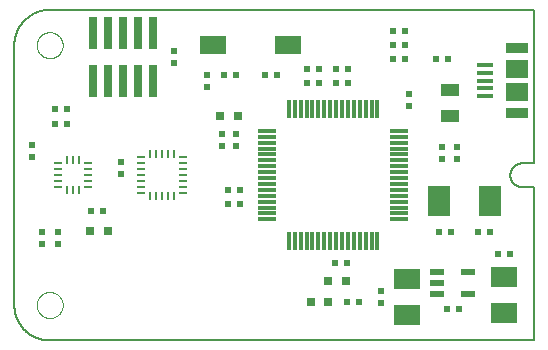
<source format=gtp>
G75*
%MOIN*%
%OFA0B0*%
%FSLAX25Y25*%
%IPPOS*%
%LPD*%
%AMOC8*
5,1,8,0,0,1.08239X$1,22.5*
%
%ADD10C,0.00800*%
%ADD11C,0.00000*%
%ADD12R,0.03150X0.01083*%
%ADD13R,0.01083X0.03150*%
%ADD14R,0.01969X0.01969*%
%ADD15R,0.03150X0.03150*%
%ADD16R,0.06299X0.01181*%
%ADD17R,0.01181X0.06299*%
%ADD18R,0.07480X0.10236*%
%ADD19R,0.05315X0.01575*%
%ADD20R,0.07480X0.05906*%
%ADD21R,0.07480X0.03583*%
%ADD22R,0.09055X0.06299*%
%ADD23R,0.04724X0.02165*%
%ADD24R,0.05906X0.03937*%
%ADD25R,0.09000X0.07000*%
%ADD26R,0.03000X0.11000*%
D10*
X0013602Y0001400D02*
X0175019Y0001400D01*
X0175019Y0052581D01*
X0171082Y0052581D01*
X0170958Y0052583D01*
X0170835Y0052589D01*
X0170711Y0052598D01*
X0170589Y0052612D01*
X0170466Y0052629D01*
X0170344Y0052651D01*
X0170223Y0052676D01*
X0170103Y0052705D01*
X0169984Y0052737D01*
X0169865Y0052774D01*
X0169748Y0052814D01*
X0169633Y0052857D01*
X0169518Y0052905D01*
X0169406Y0052956D01*
X0169295Y0053010D01*
X0169185Y0053068D01*
X0169078Y0053129D01*
X0168972Y0053194D01*
X0168869Y0053262D01*
X0168768Y0053333D01*
X0168669Y0053407D01*
X0168572Y0053484D01*
X0168478Y0053565D01*
X0168387Y0053648D01*
X0168298Y0053734D01*
X0168212Y0053823D01*
X0168129Y0053914D01*
X0168048Y0054008D01*
X0167971Y0054105D01*
X0167897Y0054204D01*
X0167826Y0054305D01*
X0167758Y0054408D01*
X0167693Y0054514D01*
X0167632Y0054621D01*
X0167574Y0054731D01*
X0167520Y0054842D01*
X0167469Y0054954D01*
X0167421Y0055069D01*
X0167378Y0055184D01*
X0167338Y0055301D01*
X0167301Y0055420D01*
X0167269Y0055539D01*
X0167240Y0055659D01*
X0167215Y0055780D01*
X0167193Y0055902D01*
X0167176Y0056025D01*
X0167162Y0056147D01*
X0167153Y0056271D01*
X0167147Y0056394D01*
X0167145Y0056518D01*
X0167147Y0056642D01*
X0167153Y0056765D01*
X0167162Y0056889D01*
X0167176Y0057011D01*
X0167193Y0057134D01*
X0167215Y0057256D01*
X0167240Y0057377D01*
X0167269Y0057497D01*
X0167301Y0057616D01*
X0167338Y0057735D01*
X0167378Y0057852D01*
X0167421Y0057967D01*
X0167469Y0058082D01*
X0167520Y0058194D01*
X0167574Y0058305D01*
X0167632Y0058415D01*
X0167693Y0058522D01*
X0167758Y0058628D01*
X0167826Y0058731D01*
X0167897Y0058832D01*
X0167971Y0058931D01*
X0168048Y0059028D01*
X0168129Y0059122D01*
X0168212Y0059213D01*
X0168298Y0059302D01*
X0168387Y0059388D01*
X0168478Y0059471D01*
X0168572Y0059552D01*
X0168669Y0059629D01*
X0168768Y0059703D01*
X0168869Y0059774D01*
X0168972Y0059842D01*
X0169078Y0059907D01*
X0169185Y0059968D01*
X0169295Y0060026D01*
X0169406Y0060080D01*
X0169518Y0060131D01*
X0169633Y0060179D01*
X0169748Y0060222D01*
X0169865Y0060262D01*
X0169984Y0060299D01*
X0170103Y0060331D01*
X0170223Y0060360D01*
X0170344Y0060385D01*
X0170466Y0060407D01*
X0170589Y0060424D01*
X0170711Y0060438D01*
X0170835Y0060447D01*
X0170958Y0060453D01*
X0171082Y0060455D01*
X0175019Y0060455D01*
X0175019Y0111636D01*
X0013602Y0111636D01*
X0013317Y0111633D01*
X0013031Y0111622D01*
X0012746Y0111605D01*
X0012462Y0111581D01*
X0012178Y0111550D01*
X0011895Y0111512D01*
X0011614Y0111467D01*
X0011333Y0111416D01*
X0011053Y0111358D01*
X0010775Y0111293D01*
X0010499Y0111221D01*
X0010225Y0111143D01*
X0009952Y0111058D01*
X0009682Y0110966D01*
X0009414Y0110868D01*
X0009148Y0110764D01*
X0008885Y0110653D01*
X0008625Y0110536D01*
X0008367Y0110413D01*
X0008113Y0110283D01*
X0007862Y0110147D01*
X0007614Y0110006D01*
X0007370Y0109858D01*
X0007129Y0109705D01*
X0006893Y0109545D01*
X0006660Y0109380D01*
X0006431Y0109210D01*
X0006206Y0109034D01*
X0005986Y0108852D01*
X0005770Y0108666D01*
X0005559Y0108474D01*
X0005352Y0108277D01*
X0005150Y0108075D01*
X0004953Y0107868D01*
X0004761Y0107657D01*
X0004575Y0107441D01*
X0004393Y0107221D01*
X0004217Y0106996D01*
X0004047Y0106767D01*
X0003882Y0106534D01*
X0003722Y0106298D01*
X0003569Y0106057D01*
X0003421Y0105813D01*
X0003280Y0105565D01*
X0003144Y0105314D01*
X0003014Y0105060D01*
X0002891Y0104802D01*
X0002774Y0104542D01*
X0002663Y0104279D01*
X0002559Y0104013D01*
X0002461Y0103745D01*
X0002369Y0103475D01*
X0002284Y0103202D01*
X0002206Y0102928D01*
X0002134Y0102652D01*
X0002069Y0102374D01*
X0002011Y0102094D01*
X0001960Y0101813D01*
X0001915Y0101532D01*
X0001877Y0101249D01*
X0001846Y0100965D01*
X0001822Y0100681D01*
X0001805Y0100396D01*
X0001794Y0100110D01*
X0001791Y0099825D01*
X0001791Y0013211D01*
X0001794Y0012926D01*
X0001805Y0012640D01*
X0001822Y0012355D01*
X0001846Y0012071D01*
X0001877Y0011787D01*
X0001915Y0011504D01*
X0001960Y0011223D01*
X0002011Y0010942D01*
X0002069Y0010662D01*
X0002134Y0010384D01*
X0002206Y0010108D01*
X0002284Y0009834D01*
X0002369Y0009561D01*
X0002461Y0009291D01*
X0002559Y0009023D01*
X0002663Y0008757D01*
X0002774Y0008494D01*
X0002891Y0008234D01*
X0003014Y0007976D01*
X0003144Y0007722D01*
X0003280Y0007471D01*
X0003421Y0007223D01*
X0003569Y0006979D01*
X0003722Y0006738D01*
X0003882Y0006502D01*
X0004047Y0006269D01*
X0004217Y0006040D01*
X0004393Y0005815D01*
X0004575Y0005595D01*
X0004761Y0005379D01*
X0004953Y0005168D01*
X0005150Y0004961D01*
X0005352Y0004759D01*
X0005559Y0004562D01*
X0005770Y0004370D01*
X0005986Y0004184D01*
X0006206Y0004002D01*
X0006431Y0003826D01*
X0006660Y0003656D01*
X0006893Y0003491D01*
X0007129Y0003331D01*
X0007370Y0003178D01*
X0007614Y0003030D01*
X0007862Y0002889D01*
X0008113Y0002753D01*
X0008367Y0002623D01*
X0008625Y0002500D01*
X0008885Y0002383D01*
X0009148Y0002272D01*
X0009414Y0002168D01*
X0009682Y0002070D01*
X0009952Y0001978D01*
X0010225Y0001893D01*
X0010499Y0001815D01*
X0010775Y0001743D01*
X0011053Y0001678D01*
X0011333Y0001620D01*
X0011614Y0001569D01*
X0011895Y0001524D01*
X0012178Y0001486D01*
X0012462Y0001455D01*
X0012746Y0001431D01*
X0013031Y0001414D01*
X0013317Y0001403D01*
X0013602Y0001400D01*
D11*
X0009271Y0013211D02*
X0009273Y0013342D01*
X0009279Y0013474D01*
X0009289Y0013605D01*
X0009303Y0013736D01*
X0009321Y0013866D01*
X0009343Y0013995D01*
X0009368Y0014124D01*
X0009398Y0014252D01*
X0009432Y0014379D01*
X0009469Y0014506D01*
X0009510Y0014630D01*
X0009555Y0014754D01*
X0009604Y0014876D01*
X0009656Y0014997D01*
X0009712Y0015115D01*
X0009772Y0015233D01*
X0009835Y0015348D01*
X0009902Y0015461D01*
X0009972Y0015573D01*
X0010045Y0015682D01*
X0010121Y0015788D01*
X0010201Y0015893D01*
X0010284Y0015995D01*
X0010370Y0016094D01*
X0010459Y0016191D01*
X0010551Y0016285D01*
X0010646Y0016376D01*
X0010743Y0016465D01*
X0010843Y0016550D01*
X0010946Y0016632D01*
X0011051Y0016711D01*
X0011158Y0016787D01*
X0011268Y0016859D01*
X0011380Y0016928D01*
X0011494Y0016994D01*
X0011609Y0017056D01*
X0011727Y0017115D01*
X0011846Y0017170D01*
X0011967Y0017222D01*
X0012090Y0017269D01*
X0012214Y0017313D01*
X0012339Y0017354D01*
X0012465Y0017390D01*
X0012593Y0017423D01*
X0012721Y0017451D01*
X0012850Y0017476D01*
X0012980Y0017497D01*
X0013110Y0017514D01*
X0013241Y0017527D01*
X0013372Y0017536D01*
X0013503Y0017541D01*
X0013635Y0017542D01*
X0013766Y0017539D01*
X0013898Y0017532D01*
X0014029Y0017521D01*
X0014159Y0017506D01*
X0014289Y0017487D01*
X0014419Y0017464D01*
X0014547Y0017438D01*
X0014675Y0017407D01*
X0014802Y0017372D01*
X0014928Y0017334D01*
X0015052Y0017292D01*
X0015176Y0017246D01*
X0015297Y0017196D01*
X0015417Y0017143D01*
X0015536Y0017086D01*
X0015653Y0017026D01*
X0015767Y0016962D01*
X0015880Y0016894D01*
X0015991Y0016823D01*
X0016100Y0016749D01*
X0016206Y0016672D01*
X0016310Y0016591D01*
X0016411Y0016508D01*
X0016510Y0016421D01*
X0016606Y0016331D01*
X0016699Y0016238D01*
X0016790Y0016143D01*
X0016877Y0016045D01*
X0016962Y0015944D01*
X0017043Y0015841D01*
X0017121Y0015735D01*
X0017196Y0015627D01*
X0017268Y0015517D01*
X0017336Y0015405D01*
X0017401Y0015291D01*
X0017462Y0015174D01*
X0017520Y0015056D01*
X0017574Y0014936D01*
X0017625Y0014815D01*
X0017672Y0014692D01*
X0017715Y0014568D01*
X0017754Y0014443D01*
X0017790Y0014316D01*
X0017821Y0014188D01*
X0017849Y0014060D01*
X0017873Y0013931D01*
X0017893Y0013801D01*
X0017909Y0013670D01*
X0017921Y0013539D01*
X0017929Y0013408D01*
X0017933Y0013277D01*
X0017933Y0013145D01*
X0017929Y0013014D01*
X0017921Y0012883D01*
X0017909Y0012752D01*
X0017893Y0012621D01*
X0017873Y0012491D01*
X0017849Y0012362D01*
X0017821Y0012234D01*
X0017790Y0012106D01*
X0017754Y0011979D01*
X0017715Y0011854D01*
X0017672Y0011730D01*
X0017625Y0011607D01*
X0017574Y0011486D01*
X0017520Y0011366D01*
X0017462Y0011248D01*
X0017401Y0011131D01*
X0017336Y0011017D01*
X0017268Y0010905D01*
X0017196Y0010795D01*
X0017121Y0010687D01*
X0017043Y0010581D01*
X0016962Y0010478D01*
X0016877Y0010377D01*
X0016790Y0010279D01*
X0016699Y0010184D01*
X0016606Y0010091D01*
X0016510Y0010001D01*
X0016411Y0009914D01*
X0016310Y0009831D01*
X0016206Y0009750D01*
X0016100Y0009673D01*
X0015991Y0009599D01*
X0015880Y0009528D01*
X0015768Y0009460D01*
X0015653Y0009396D01*
X0015536Y0009336D01*
X0015417Y0009279D01*
X0015297Y0009226D01*
X0015176Y0009176D01*
X0015052Y0009130D01*
X0014928Y0009088D01*
X0014802Y0009050D01*
X0014675Y0009015D01*
X0014547Y0008984D01*
X0014419Y0008958D01*
X0014289Y0008935D01*
X0014159Y0008916D01*
X0014029Y0008901D01*
X0013898Y0008890D01*
X0013766Y0008883D01*
X0013635Y0008880D01*
X0013503Y0008881D01*
X0013372Y0008886D01*
X0013241Y0008895D01*
X0013110Y0008908D01*
X0012980Y0008925D01*
X0012850Y0008946D01*
X0012721Y0008971D01*
X0012593Y0008999D01*
X0012465Y0009032D01*
X0012339Y0009068D01*
X0012214Y0009109D01*
X0012090Y0009153D01*
X0011967Y0009200D01*
X0011846Y0009252D01*
X0011727Y0009307D01*
X0011609Y0009366D01*
X0011494Y0009428D01*
X0011380Y0009494D01*
X0011268Y0009563D01*
X0011158Y0009635D01*
X0011051Y0009711D01*
X0010946Y0009790D01*
X0010843Y0009872D01*
X0010743Y0009957D01*
X0010646Y0010046D01*
X0010551Y0010137D01*
X0010459Y0010231D01*
X0010370Y0010328D01*
X0010284Y0010427D01*
X0010201Y0010529D01*
X0010121Y0010634D01*
X0010045Y0010740D01*
X0009972Y0010849D01*
X0009902Y0010961D01*
X0009835Y0011074D01*
X0009772Y0011189D01*
X0009712Y0011307D01*
X0009656Y0011425D01*
X0009604Y0011546D01*
X0009555Y0011668D01*
X0009510Y0011792D01*
X0009469Y0011916D01*
X0009432Y0012043D01*
X0009398Y0012170D01*
X0009368Y0012298D01*
X0009343Y0012427D01*
X0009321Y0012556D01*
X0009303Y0012686D01*
X0009289Y0012817D01*
X0009279Y0012948D01*
X0009273Y0013080D01*
X0009271Y0013211D01*
X0009271Y0099825D02*
X0009273Y0099956D01*
X0009279Y0100088D01*
X0009289Y0100219D01*
X0009303Y0100350D01*
X0009321Y0100480D01*
X0009343Y0100609D01*
X0009368Y0100738D01*
X0009398Y0100866D01*
X0009432Y0100993D01*
X0009469Y0101120D01*
X0009510Y0101244D01*
X0009555Y0101368D01*
X0009604Y0101490D01*
X0009656Y0101611D01*
X0009712Y0101729D01*
X0009772Y0101847D01*
X0009835Y0101962D01*
X0009902Y0102075D01*
X0009972Y0102187D01*
X0010045Y0102296D01*
X0010121Y0102402D01*
X0010201Y0102507D01*
X0010284Y0102609D01*
X0010370Y0102708D01*
X0010459Y0102805D01*
X0010551Y0102899D01*
X0010646Y0102990D01*
X0010743Y0103079D01*
X0010843Y0103164D01*
X0010946Y0103246D01*
X0011051Y0103325D01*
X0011158Y0103401D01*
X0011268Y0103473D01*
X0011380Y0103542D01*
X0011494Y0103608D01*
X0011609Y0103670D01*
X0011727Y0103729D01*
X0011846Y0103784D01*
X0011967Y0103836D01*
X0012090Y0103883D01*
X0012214Y0103927D01*
X0012339Y0103968D01*
X0012465Y0104004D01*
X0012593Y0104037D01*
X0012721Y0104065D01*
X0012850Y0104090D01*
X0012980Y0104111D01*
X0013110Y0104128D01*
X0013241Y0104141D01*
X0013372Y0104150D01*
X0013503Y0104155D01*
X0013635Y0104156D01*
X0013766Y0104153D01*
X0013898Y0104146D01*
X0014029Y0104135D01*
X0014159Y0104120D01*
X0014289Y0104101D01*
X0014419Y0104078D01*
X0014547Y0104052D01*
X0014675Y0104021D01*
X0014802Y0103986D01*
X0014928Y0103948D01*
X0015052Y0103906D01*
X0015176Y0103860D01*
X0015297Y0103810D01*
X0015417Y0103757D01*
X0015536Y0103700D01*
X0015653Y0103640D01*
X0015767Y0103576D01*
X0015880Y0103508D01*
X0015991Y0103437D01*
X0016100Y0103363D01*
X0016206Y0103286D01*
X0016310Y0103205D01*
X0016411Y0103122D01*
X0016510Y0103035D01*
X0016606Y0102945D01*
X0016699Y0102852D01*
X0016790Y0102757D01*
X0016877Y0102659D01*
X0016962Y0102558D01*
X0017043Y0102455D01*
X0017121Y0102349D01*
X0017196Y0102241D01*
X0017268Y0102131D01*
X0017336Y0102019D01*
X0017401Y0101905D01*
X0017462Y0101788D01*
X0017520Y0101670D01*
X0017574Y0101550D01*
X0017625Y0101429D01*
X0017672Y0101306D01*
X0017715Y0101182D01*
X0017754Y0101057D01*
X0017790Y0100930D01*
X0017821Y0100802D01*
X0017849Y0100674D01*
X0017873Y0100545D01*
X0017893Y0100415D01*
X0017909Y0100284D01*
X0017921Y0100153D01*
X0017929Y0100022D01*
X0017933Y0099891D01*
X0017933Y0099759D01*
X0017929Y0099628D01*
X0017921Y0099497D01*
X0017909Y0099366D01*
X0017893Y0099235D01*
X0017873Y0099105D01*
X0017849Y0098976D01*
X0017821Y0098848D01*
X0017790Y0098720D01*
X0017754Y0098593D01*
X0017715Y0098468D01*
X0017672Y0098344D01*
X0017625Y0098221D01*
X0017574Y0098100D01*
X0017520Y0097980D01*
X0017462Y0097862D01*
X0017401Y0097745D01*
X0017336Y0097631D01*
X0017268Y0097519D01*
X0017196Y0097409D01*
X0017121Y0097301D01*
X0017043Y0097195D01*
X0016962Y0097092D01*
X0016877Y0096991D01*
X0016790Y0096893D01*
X0016699Y0096798D01*
X0016606Y0096705D01*
X0016510Y0096615D01*
X0016411Y0096528D01*
X0016310Y0096445D01*
X0016206Y0096364D01*
X0016100Y0096287D01*
X0015991Y0096213D01*
X0015880Y0096142D01*
X0015768Y0096074D01*
X0015653Y0096010D01*
X0015536Y0095950D01*
X0015417Y0095893D01*
X0015297Y0095840D01*
X0015176Y0095790D01*
X0015052Y0095744D01*
X0014928Y0095702D01*
X0014802Y0095664D01*
X0014675Y0095629D01*
X0014547Y0095598D01*
X0014419Y0095572D01*
X0014289Y0095549D01*
X0014159Y0095530D01*
X0014029Y0095515D01*
X0013898Y0095504D01*
X0013766Y0095497D01*
X0013635Y0095494D01*
X0013503Y0095495D01*
X0013372Y0095500D01*
X0013241Y0095509D01*
X0013110Y0095522D01*
X0012980Y0095539D01*
X0012850Y0095560D01*
X0012721Y0095585D01*
X0012593Y0095613D01*
X0012465Y0095646D01*
X0012339Y0095682D01*
X0012214Y0095723D01*
X0012090Y0095767D01*
X0011967Y0095814D01*
X0011846Y0095866D01*
X0011727Y0095921D01*
X0011609Y0095980D01*
X0011494Y0096042D01*
X0011380Y0096108D01*
X0011268Y0096177D01*
X0011158Y0096249D01*
X0011051Y0096325D01*
X0010946Y0096404D01*
X0010843Y0096486D01*
X0010743Y0096571D01*
X0010646Y0096660D01*
X0010551Y0096751D01*
X0010459Y0096845D01*
X0010370Y0096942D01*
X0010284Y0097041D01*
X0010201Y0097143D01*
X0010121Y0097248D01*
X0010045Y0097354D01*
X0009972Y0097463D01*
X0009902Y0097575D01*
X0009835Y0097688D01*
X0009772Y0097803D01*
X0009712Y0097921D01*
X0009656Y0098039D01*
X0009604Y0098160D01*
X0009555Y0098282D01*
X0009510Y0098406D01*
X0009469Y0098530D01*
X0009432Y0098657D01*
X0009398Y0098784D01*
X0009368Y0098912D01*
X0009343Y0099041D01*
X0009321Y0099170D01*
X0009303Y0099300D01*
X0009289Y0099431D01*
X0009279Y0099562D01*
X0009273Y0099694D01*
X0009271Y0099825D01*
D12*
X0044015Y0062424D03*
X0044015Y0060455D03*
X0044015Y0058487D03*
X0044015Y0056518D03*
X0044015Y0054550D03*
X0044015Y0052581D03*
X0044015Y0050613D03*
X0057992Y0050613D03*
X0057992Y0052581D03*
X0057992Y0054550D03*
X0057992Y0056518D03*
X0057992Y0058487D03*
X0057992Y0060455D03*
X0057992Y0062424D03*
X0026496Y0060455D03*
X0026496Y0058487D03*
X0026496Y0056518D03*
X0026496Y0054550D03*
X0026496Y0052581D03*
X0016456Y0052581D03*
X0016456Y0054550D03*
X0016456Y0056518D03*
X0016456Y0058487D03*
X0016456Y0060455D03*
D13*
X0019507Y0061538D03*
X0021476Y0061538D03*
X0023444Y0061538D03*
X0023444Y0051498D03*
X0021476Y0051498D03*
X0019507Y0051498D03*
X0047067Y0049530D03*
X0049035Y0049530D03*
X0051004Y0049530D03*
X0052972Y0049530D03*
X0054941Y0049530D03*
X0054941Y0063506D03*
X0052972Y0063506D03*
X0051004Y0063506D03*
X0049035Y0063506D03*
X0047067Y0063506D03*
D14*
X0037276Y0060963D03*
X0037276Y0056963D03*
X0031276Y0044463D03*
X0027276Y0044463D03*
X0016350Y0037463D03*
X0011050Y0037463D03*
X0011050Y0033463D03*
X0016350Y0033463D03*
X0007750Y0062663D03*
X0007750Y0066663D03*
X0015350Y0073463D03*
X0019350Y0073463D03*
X0019250Y0078563D03*
X0015250Y0078563D03*
X0055019Y0093865D03*
X0055019Y0097865D03*
X0066150Y0089863D03*
X0071750Y0089863D03*
X0075750Y0089863D03*
X0066150Y0085863D03*
X0085250Y0089863D03*
X0089250Y0089863D03*
X0099350Y0091863D03*
X0103350Y0091863D03*
X0108950Y0091863D03*
X0112950Y0091863D03*
X0112950Y0087063D03*
X0108950Y0087063D03*
X0103350Y0087063D03*
X0099350Y0087063D03*
X0075750Y0070363D03*
X0070950Y0070363D03*
X0070950Y0066363D03*
X0075750Y0066363D03*
X0076950Y0051611D03*
X0072950Y0051611D03*
X0072950Y0046811D03*
X0076950Y0046811D03*
X0108550Y0027063D03*
X0112550Y0027063D03*
X0123950Y0017763D03*
X0123950Y0013763D03*
X0116550Y0014263D03*
X0112550Y0014263D03*
X0145950Y0011763D03*
X0149950Y0011763D03*
X0162950Y0030063D03*
X0166950Y0030063D03*
X0160250Y0037563D03*
X0156250Y0037563D03*
X0147250Y0037463D03*
X0143250Y0037463D03*
X0144459Y0061847D03*
X0149337Y0061836D03*
X0149337Y0065836D03*
X0144459Y0065847D03*
X0133350Y0079463D03*
X0133350Y0083463D03*
X0132150Y0095063D03*
X0128150Y0095063D03*
X0128150Y0099863D03*
X0132150Y0099863D03*
X0132150Y0104663D03*
X0128150Y0104663D03*
X0142350Y0095063D03*
X0146350Y0095063D03*
D15*
X0076450Y0076163D03*
X0070450Y0076163D03*
X0033050Y0037863D03*
X0027050Y0037863D03*
X0100597Y0014263D03*
X0106503Y0014263D03*
X0106450Y0021363D03*
X0112450Y0021363D03*
D16*
X0130137Y0041754D03*
X0130137Y0043723D03*
X0130137Y0045691D03*
X0130137Y0047660D03*
X0130137Y0049628D03*
X0130137Y0051597D03*
X0130137Y0053565D03*
X0130137Y0055534D03*
X0130137Y0057502D03*
X0130137Y0059471D03*
X0130137Y0061439D03*
X0130137Y0063408D03*
X0130137Y0065376D03*
X0130137Y0067345D03*
X0130137Y0069313D03*
X0130137Y0071282D03*
X0086043Y0071282D03*
X0086043Y0069313D03*
X0086043Y0067345D03*
X0086043Y0065376D03*
X0086043Y0063408D03*
X0086043Y0061439D03*
X0086043Y0059471D03*
X0086043Y0057502D03*
X0086043Y0055534D03*
X0086043Y0053565D03*
X0086043Y0051597D03*
X0086043Y0049628D03*
X0086043Y0047660D03*
X0086043Y0045691D03*
X0086043Y0043723D03*
X0086043Y0041754D03*
D17*
X0093326Y0034471D03*
X0095295Y0034471D03*
X0097263Y0034471D03*
X0099232Y0034471D03*
X0101200Y0034471D03*
X0103169Y0034471D03*
X0105137Y0034471D03*
X0107106Y0034471D03*
X0109074Y0034471D03*
X0111043Y0034471D03*
X0113011Y0034471D03*
X0114980Y0034471D03*
X0116948Y0034471D03*
X0118917Y0034471D03*
X0120885Y0034471D03*
X0122854Y0034471D03*
X0122854Y0078565D03*
X0120885Y0078565D03*
X0118917Y0078565D03*
X0116948Y0078565D03*
X0114980Y0078565D03*
X0113011Y0078565D03*
X0111043Y0078565D03*
X0109074Y0078565D03*
X0107106Y0078565D03*
X0105137Y0078565D03*
X0103169Y0078565D03*
X0101200Y0078565D03*
X0099232Y0078565D03*
X0097263Y0078565D03*
X0095295Y0078565D03*
X0093326Y0078565D03*
D18*
X0143285Y0047863D03*
X0160215Y0047863D03*
D19*
X0158704Y0082935D03*
X0158704Y0085494D03*
X0158704Y0088054D03*
X0158704Y0090613D03*
X0158704Y0093172D03*
D20*
X0169334Y0091991D03*
X0169334Y0084117D03*
D21*
X0169344Y0077263D03*
X0169315Y0098859D03*
D22*
X0092933Y0099825D03*
X0068130Y0099825D03*
D23*
X0142832Y0024303D03*
X0142832Y0020563D03*
X0142832Y0016823D03*
X0153068Y0016823D03*
X0153068Y0024303D03*
D24*
X0146950Y0076332D03*
X0146950Y0084994D03*
D25*
X0165150Y0022663D03*
X0165150Y0010663D03*
X0132750Y0009763D03*
X0132750Y0021763D03*
D26*
X0048024Y0087888D03*
X0043024Y0087888D03*
X0038024Y0087888D03*
X0033024Y0087888D03*
X0028024Y0087888D03*
X0028024Y0103888D03*
X0033024Y0103888D03*
X0038024Y0103888D03*
X0043024Y0103888D03*
X0048024Y0103888D03*
M02*

</source>
